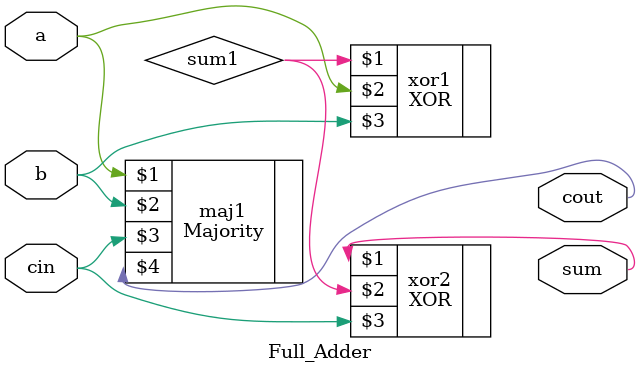
<source format=v>
`timescale 1ns/1ps

module Half_Adder(a, b, cout, sum);
input a, b;
output cout, sum;

XOR xor1(sum, a, b);
AND and1(cout, a, b);

endmodule

module Full_Adder (a, b, cin, cout, sum);
    input a, b, cin;
    output cout, sum;
    wire sum1, sum2;
    wire car1;
    XOR xor1(sum1, a, b);
    XOR xor2(sum, sum1, cin);
    Majority maj1(a, b, cin, cout);



endmodule


</source>
